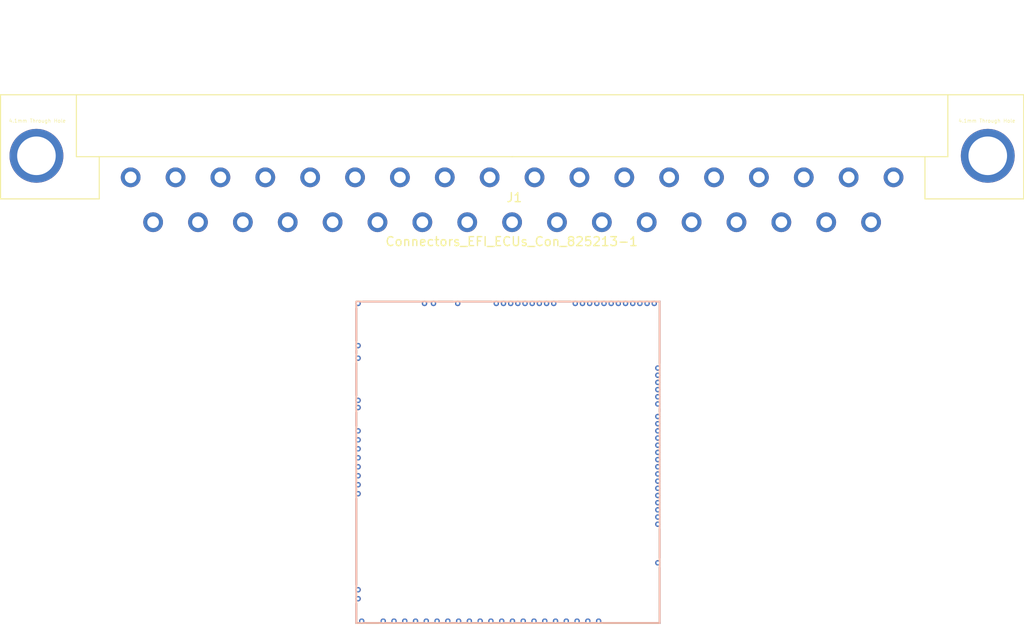
<source format=kicad_pcb>
(kicad_pcb (version 20221018) (generator pcbnew)
  (layers (0 "F.Cu" signal) (31 "B.Cu" signal) (34 "B.Paste" user) (35 "F.Paste" user) (36 "B.SilkS" user "B.Silkscreen") (37 "F.SilkS" user "F.Silkscreen") (38 "B.Mask" user) (39 "F.Mask" user) (44 "Edge.Cuts" user))
  (net 0 "")
  (footprint "rusefi_lib:825213-1" (layer "F.Cu") (at 148.61 77.59998)
    (fp_text reference "J1" (at 0.25 4.55) (layer "F.SilkS"))
    (fp_text value "Connectors_EFI_ECUs_Con_825213-1" (at -0.05 9.45) (layer "F.SilkS"))
    (fp_text user "4.1mm Through Hole" (at 52.9 -4) (layer "F.SilkS") (effects (font (size 0.4 0.4) (thickness 0.05))))
    (fp_text user "4.1mm Through Hole" (at -52.9 -4) (layer "F.SilkS") (effects (font (size 0.4 0.4) (thickness 0.05))))
    (fp_line (start -57 4.7) (end -57 -6.9) (stroke (width 0.12)) (layer "F.SilkS"))
    (fp_line (start -57 4.7) (end -46 4.7) (stroke (width 0.12)) (layer "F.SilkS"))
    (fp_line (start -48.55 0) (end -48.55 -6.9) (stroke (width 0.12)) (layer "F.SilkS"))
    (fp_line (start -48.55 0) (end 0 0) (stroke (width 0.12)) (layer "F.SilkS"))
    (fp_line (start -46 0) (end -46 4.7) (stroke (width 0.12)) (layer "F.SilkS"))
    (fp_line (start 46 0) (end 46 4.7) (stroke (width 0.12)) (layer "F.SilkS"))
    (fp_line (start 48.55 0) (end 0 0) (stroke (width 0.12)) (layer "F.SilkS"))
    (fp_line (start 48.55 0) (end 48.55 -6.9) (stroke (width 0.12)) (layer "F.SilkS"))
    (fp_line (start 57 -6.9) (end -57 -6.9) (stroke (width 0.12)) (layer "F.SilkS"))
    (fp_line (start 57 4.7) (end 46 4.7) (stroke (width 0.12)) (layer "F.SilkS"))
    (fp_line (start 57 4.7) (end 57 -6.9) (stroke (width 0.12)) (layer "F.SilkS"))
    (fp_circle (center -53 -0.1) (end -55.05 -0.1) (stroke (width 0.12)) (fill none) (layer "F.SilkS"))
    (fp_circle (center 53 -0.1) (end 55.05 -0.1) (stroke (width 0.12)) (fill none) (layer "F.SilkS"))
    (pad "1" thru_hole circle (at 42.5 2.3) (size 2.2 2.2) (drill 1.3) (layers "*.Cu" "*.Mask"))
    (pad "2" thru_hole circle (at 37.5 2.3) (size 2.2 2.2) (drill 1.3) (layers "*.Cu" "*.Mask"))
    (pad "3" thru_hole circle (at 32.5 2.3) (size 2.2 2.2) (drill 1.3) (layers "*.Cu" "*.Mask"))
    (pad "4" thru_hole circle (at 27.5 2.3) (size 2.2 2.2) (drill 1.3) (layers "*.Cu" "*.Mask"))
    (pad "5" thru_hole circle (at 22.5 2.3) (size 2.2 2.2) (drill 1.3) (layers "*.Cu" "*.Mask"))
    (pad "6" thru_hole circle (at 17.5 2.3) (size 2.2 2.2) (drill 1.3) (layers "*.Cu" "*.Mask"))
    (pad "7" thru_hole circle (at 12.5 2.3) (size 2.2 2.2) (drill 1.3) (layers "*.Cu" "*.Mask"))
    (pad "8" thru_hole circle (at 7.5 2.3) (size 2.2 2.2) (drill 1.3) (layers "*.Cu" "*.Mask"))
    (pad "9" thru_hole circle (at 2.5 2.3) (size 2.2 2.2) (drill 1.3) (layers "*.Cu" "*.Mask"))
    (pad "10" thru_hole circle (at -2.5 2.3) (size 2.2 2.2) (drill 1.3) (layers "*.Cu" "*.Mask"))
    (pad "11" thru_hole circle (at -7.5 2.3) (size 2.2 2.2) (drill 1.3) (layers "*.Cu" "*.Mask"))
    (pad "12" thru_hole circle (at -12.5 2.3) (size 2.2 2.2) (drill 1.3) (layers "*.Cu" "*.Mask"))
    (pad "13" thru_hole circle (at -17.5 2.3) (size 2.2 2.2) (drill 1.3) (layers "*.Cu" "*.Mask"))
    (pad "14" thru_hole circle (at -22.5 2.3) (size 2.2 2.2) (drill 1.3) (layers "*.Cu" "*.Mask"))
    (pad "15" thru_hole circle (at -27.5 2.3) (size 2.2 2.2) (drill 1.3) (layers "*.Cu" "*.Mask"))
    (pad "16" thru_hole circle (at -32.5 2.3) (size 2.2 2.2) (drill 1.3) (layers "*.Cu" "*.Mask"))
    (pad "17" thru_hole circle (at -37.5 2.3) (size 2.2 2.2) (drill 1.3) (layers "*.Cu" "*.Mask"))
    (pad "18" thru_hole circle (at -42.5 2.3) (size 2.2 2.2) (drill 1.3) (layers "*.Cu" "*.Mask"))
    (pad "19" thru_hole circle (at 40 7.3) (size 2.2 2.2) (drill 1.3) (layers "*.Cu" "*.Mask"))
    (pad "20" thru_hole circle (at 35 7.3) (size 2.2 2.2) (drill 1.3) (layers "*.Cu" "*.Mask"))
    (pad "21" thru_hole circle (at 30 7.3) (size 2.2 2.2) (drill 1.3) (layers "*.Cu" "*.Mask"))
    (pad "22" thru_hole circle (at 25 7.3) (size 2.2 2.2) (drill 1.3) (layers "*.Cu" "*.Mask"))
    (pad "23" thru_hole circle (at 20 7.3) (size 2.2 2.2) (drill 1.3) (layers "*.Cu" "*.Mask"))
    (pad "24" thru_hole circle (at 15 7.3) (size 2.2 2.2) (drill 1.3) (layers "*.Cu" "*.Mask"))
    (pad "25" thru_hole circle (at 10 7.3) (size 2.2 2.2) (drill 1.3) (layers "*.Cu" "*.Mask"))
    (pad "26" thru_hole circle (at 5 7.3) (size 2.2 2.2) (drill 1.3) (layers "*.Cu" "*.Mask"))
    (pad "27" thru_hole circle (at 0 7.3) (size 2.2 2.2) (drill 1.3) (layers "*.Cu" "*.Mask"))
    (pad "28" thru_hole circle (at -5 7.3) (size 2.2 2.2) (drill 1.3) (layers "*.Cu" "*.Mask"))
    (pad "29" thru_hole circle (at -10 7.3) (size 2.2 2.2) (drill 1.3) (layers "*.Cu" "*.Mask"))
    (pad "30" thru_hole circle (at -15 7.3) (size 2.2 2.2) (drill 1.3) (layers "*.Cu" "*.Mask"))
    (pad "31" thru_hole circle (at -20 7.3) (size 2.2 2.2) (drill 1.3) (layers "*.Cu" "*.Mask"))
    (pad "32" thru_hole circle (at -25 7.3) (size 2.2 2.2) (drill 1.3) (layers "*.Cu" "*.Mask"))
    (pad "33" thru_hole circle (at -30 7.3) (size 2.2 2.2) (drill 1.3) (layers "*.Cu" "*.Mask"))
    (pad "34" thru_hole circle (at -35 7.3) (size 2.2 2.2) (drill 1.3) (layers "*.Cu" "*.Mask"))
    (pad "35" thru_hole circle (at -40 7.3) (size 2.2 2.2) (drill 1.3) (layers "*.Cu" "*.Mask"))
    (pad "L" thru_hole circle (at -53 -0.1) (size 6 6) (drill 4.3) (layers "*.Cu" "*.Mask"))
    (pad "R" thru_hole circle (at 53 -0.1) (size 6 6) (drill 4.3) (layers "*.Cu" "*.Mask"))
  )
  (footprint "hellen-one-mega-mcu100-0.3:mega-mcu100" (layer "F.Cu") (at 131.14999 129.65)
    (fp_text reference "M2" hide)
    (fp_text value "Module:mega-mcu100/0.3" hide)
    (fp_line (start 0.1 -35.89999) (end 33.90001 -35.89999) (stroke (width 0.2)) (layer "B.SilkS"))
    (fp_line (start 0.1 -0.1) (end 0.1 -35.89999) (stroke (width 0.2)) (layer "B.SilkS"))
    (fp_line (start 0.1 -0.1) (end 33.90001 -0.1) (stroke (width 0.2)) (layer "B.SilkS"))
    (fp_line (start 33.90001 -0.1) (end 33.90001 -35.89999) (stroke (width 0.2)) (layer "B.SilkS"))
    (fp_line (start 0.1 -35.89999) (end 33.90001 -35.89999) (stroke (width 0.2)) (layer "F.SilkS"))
    (fp_line (start 0.1 -0.1) (end 0.1 -35.89999) (stroke (width 0.2)) (layer "F.SilkS"))
    (fp_line (start 0.1 -0.1) (end 33.9 -0.1) (stroke (width 0.2)) (layer "F.SilkS"))
    (fp_line (start 33.90001 -0.1) (end 33.90001 -35.89999) (stroke (width 0.2)) (layer "F.SilkS"))
    (pad "E1" thru_hole circle (at 33.7 -6.8 270) (size 0.6 0.6) (drill 0.3) (layers "*.Cu"))
    (pad "E2" thru_hole circle (at 33.70001 -11.1 270) (size 0.6 0.6) (drill 0.3) (layers "*.Cu"))
    (pad "E3" thru_hole circle (at 33.70001 -11.89999 180) (size 0.6 0.6) (drill 0.3) (layers "*.Cu"))
    (pad "E4" thru_hole circle (at 33.70001 -12.7 180) (size 0.6 0.6) (drill 0.3) (layers "*.Cu"))
    (pad "E5" thru_hole circle (at 33.70001 -13.5 270) (size 0.6 0.6) (drill 0.3) (layers "*.Cu"))
    (pad "E6" thru_hole circle (at 33.70001 -14.3) (size 0.6 0.6) (drill 0.3) (layers "*.Cu"))
    (pad "E7" thru_hole circle (at 33.70001 -15.1) (size 0.6 0.6) (drill 0.3) (layers "*.Cu"))
    (pad "E8" thru_hole circle (at 33.70001 -15.9) (size 0.6 0.6) (drill 0.3) (layers "*.Cu"))
    (pad "E9" thru_hole circle (at 33.70001 -16.7) (size 0.6 0.6) (drill 0.3) (layers "*.Cu"))
    (pad "E10" thru_hole circle (at 33.70001 -17.5 180) (size 0.6 0.6) (drill 0.3) (layers "*.Cu"))
    (pad "E11" thru_hole circle (at 33.70001 -18.3 180) (size 0.6 0.6) (drill 0.3) (layers "*.Cu"))
    (pad "E12" thru_hole circle (at 33.70001 -19.1 180) (size 0.6 0.6) (drill 0.3) (layers "*.Cu"))
    (pad "E13" thru_hole circle (at 33.70001 -19.9 180) (size 0.6 0.6) (drill 0.3) (layers "*.Cu"))
    (pad "E14" thru_hole circle (at 33.70001 -20.7 180) (size 0.6 0.6) (drill 0.3) (layers "*.Cu"))
    (pad "E15" thru_hole circle (at 33.70001 -21.5 180) (size 0.6 0.6) (drill 0.3) (layers "*.Cu"))
    (pad "E16" thru_hole circle (at 33.7 -22.29999 270) (size 0.6 0.6) (drill 0.3) (layers "*.Cu"))
    (pad "E17" thru_hole circle (at 33.70001 -23.1 270) (size 0.6 0.6) (drill 0.3) (layers "*.Cu"))
    (pad "E18" thru_hole circle (at 33.70001 -24.5 270) (size 0.6 0.6) (drill 0.3) (layers "*.Cu"))
    (pad "E19" thru_hole circle (at 33.70001 -25.29999 270) (size 0.6 0.6) (drill 0.3) (layers "*.Cu"))
    (pad "E20" thru_hole circle (at 33.70001 -26.09999 270) (size 0.6 0.6) (drill 0.3) (layers "*.Cu"))
    (pad "E21" thru_hole circle (at 33.70001 -26.89999 270) (size 0.6 0.6) (drill 0.3) (layers "*.Cu"))
    (pad "E22" thru_hole circle (at 33.70001 -27.69999 270) (size 0.6 0.6) (drill 0.3) (layers "*.Cu"))
    (pad "E23" thru_hole circle (at 33.70001 -28.5 180) (size 0.6 0.6) (drill 0.3) (layers "*.Cu"))
    (pad "G" smd rect (at 0.1 -33.34999) (size 0.2 3.7) (layers "F.Cu"))
    (pad "G" smd rect (at 0.1 -33.34999) (size 0.2 3.7) (layers "B.Cu"))
    (pad "G" smd rect (at 0.1 -30.3) (size 0.2 0.4) (layers "F.Cu"))
    (pad "G" smd rect (at 0.1 -30.3) (size 0.2 0.4) (layers "B.Cu"))
    (pad "G" smd rect (at 0.1 -27.24999) (size 0.2 3.7) (layers "F.Cu"))
    (pad "G" smd rect (at 0.1 -27.24999) (size 0.2 3.7) (layers "B.Cu"))
    (pad "G" smd rect (at 0.1 -22.8) (size 0.2 1.6) (layers "F.Cu"))
    (pad "G" smd rect (at 0.1 -22.8) (size 0.2 1.6) (layers "B.Cu"))
    (pad "G" smd rect (at 0.1 -9.15) (size 0.2 9.7) (layers "F.Cu"))
    (pad "G" smd rect (at 0.1 -9.15) (size 0.2 9.7) (layers "B.Cu"))
    (pad "G" smd rect (at 0.1 -1.15) (size 0.2 2.3) (layers "F.Cu"))
    (pad "G" smd rect (at 0.1 -1.15) (size 0.2 2.3) (layers "B.Cu"))
    (pad "G" smd rect (at 1.90001 -0.09999 90) (size 0.2 1.4) (layers "F.Cu"))
    (pad "G" smd rect (at 1.90001 -0.09999 90) (size 0.2 1.4) (layers "B.Cu"))
    (pad "G" smd rect (at 4 -35.89999 270) (size 0.2 6.4) (layers "F.Cu"))
    (pad "G" smd rect (at 4 -35.89999 270) (size 0.2 6.4) (layers "B.Cu"))
    (pad "G" smd rect (at 10.05 -35.89999 270) (size 0.2 1.7) (layers "F.Cu"))
    (pad "G" smd rect (at 10.05 -35.89999 270) (size 0.2 1.7) (layers "B.Cu"))
    (pad "G" smd rect (at 13.55 -35.89999 270) (size 0.2 3.3) (layers "F.Cu"))
    (pad "G" smd rect (at 13.55 -35.89999 270) (size 0.2 3.3) (layers "B.Cu"))
    (pad "G" smd rect (at 23.3 -35.89999 270) (size 0.2 1.4) (layers "F.Cu"))
    (pad "G" smd rect (at 23.3 -35.89999 270) (size 0.2 1.4) (layers "B.Cu"))
    (pad "G" smd rect (at 30.8 -0.09999 90) (size 0.2 6.4) (layers "F.Cu"))
    (pad "G" smd rect (at 30.8 -0.09999 90) (size 0.2 6.4) (layers "B.Cu"))
    (pad "G" smd rect (at 33.90001 -32.50001 180) (size 0.2 7) (layers "F.Cu"))
    (pad "G" smd rect (at 33.90001 -32.50001 180) (size 0.2 7) (layers "B.Cu"))
    (pad "G" smd rect (at 33.90001 -23.79999 180) (size 0.2 0.4) (layers "F.Cu"))
    (pad "G" smd rect (at 33.90001 -23.79999 180) (size 0.2 0.4) (layers "B.Cu"))
    (pad "G" smd rect (at 33.90001 -8.94999 180) (size 0.2 3.3) (layers "F.Cu"))
    (pad "G" smd rect (at 33.90001 -8.94999 180) (size 0.2 3.3) (layers "B.Cu"))
    (pad "G" smd rect (at 33.90001 -3.14999 180) (size 0.2 6.3) (layers "F.Cu"))
    (pad "G" smd rect (at 33.90001 -3.14999 180) (size 0.2 6.3) (layers "B.Cu"))
    (pad "N1" thru_hole circle (at 33.30001 -35.7 270) (size 0.6 0.6) (drill 0.3) (layers "*.Cu"))
    (pad "N2" thru_hole circle (at 32.50001 -35.7 270) (size 0.6 0.6) (drill 0.3) (layers "*.Cu"))
    (pad "N3" thru_hole circle (at 31.70001 -35.7 270) (size 0.6 0.6) (drill 0.3) (layers "*.Cu"))
    (pad "N4" thru_hole circle (at 30.9 -35.7 270) (size 0.6 0.6) (drill 0.3) (layers "*.Cu"))
    (pad "N5" thru_hole circle (at 30.10001 -35.7 270) (size 0.6 0.6) (drill 0.3) (layers "*.Cu"))
    (pad "N6" thru_hole circle (at 29.30001 -35.7 270) (size 0.6 0.6) (drill 0.3) (layers "*.Cu"))
    (pad "N7" thru_hole circle (at 28.50001 -35.7 90) (size 0.6 0.6) (drill 0.3) (layers "*.Cu"))
    (pad "N8" thru_hole circle (at 27.7 -35.7 270) (size 0.6 0.6) (drill 0.3) (layers "*.Cu"))
    (pad "N9" thru_hole circle (at 26.90001 -35.69999 90) (size 0.6 0.6) (drill 0.3) (layers "*.Cu"))
    (pad "N10" thru_hole circle (at 26.10001 -35.69999 90) (size 0.6 0.6) (drill 0.3) (layers "*.Cu"))
    (pad "N11" thru_hole circle (at 25.30001 -35.69999 90) (size 0.6 0.6) (drill 0.3) (layers "*.Cu"))
    (pad "N12" thru_hole circle (at 24.50001 -35.69999 90) (size 0.6 0.6) (drill 0.3) (layers "*.Cu"))
    (pad "N13" thru_hole circle (at 22.1 -35.69999 270) (size 0.6 0.6) (drill 0.3) (layers "*.Cu"))
    (pad "N14" thru_hole circle (at 21.3 -35.69999 270) (size 0.6 0.6) (drill 0.3) (layers "*.Cu"))
    (pad "N14a" thru_hole circle (at 20.50001 -35.7 270) (size 0.6 0.6) (drill 0.3) (layers "*.Cu"))
    (pad "N14b" thru_hole circle (at 19.7 -35.7 270) (size 0.6 0.6) (drill 0.3) (layers "*.Cu"))
    (pad "N15" thru_hole circle (at 18.9 -35.7 270) (size 0.6 0.6) (drill 0.3) (layers "*.Cu"))
    (pad "N16" thru_hole circle (at 18.1 -35.7 90) (size 0.6 0.6) (drill 0.3) (layers "*.Cu"))
    (pad "N17" thru_hole circle (at 17.3 -35.7 270) (size 0.6 0.6) (drill 0.3) (layers "*.Cu"))
    (pad "N18" thru_hole circle (at 16.5 -35.69999 270) (size 0.6 0.6) (drill 0.3) (layers "*.Cu"))
    (pad "N19" thru_hole circle (at 15.7 -35.69999 270) (size 0.6 0.6) (drill 0.3) (layers "*.Cu"))
    (pad "N20" thru_hole circle (at 11.4 -35.69999 270) (size 0.6 0.6) (drill 0.3) (layers "*.Cu"))
    (pad "N21" thru_hole circle (at 8.7 -35.69999 270) (size 0.6 0.6) (drill 0.3) (layers "*.Cu"))
    (pad "N22" thru_hole circle (at 7.70001 -35.69999 270) (size 0.6 0.6) (drill 0.3) (layers "*.Cu"))
    (pad "N23" thru_hole circle (at 0.3 -35.69999 270) (size 0.6 0.6) (drill 0.3) (layers "*.Cu"))
    (pad "S1" thru_hole circle (at 27.10002 -0.29999 270) (size 0.6 0.6) (drill 0.3) (layers "*.Cu"))
    (pad "S2" thru_hole circle (at 25.90001 -0.29999 270) (size 0.6 0.6) (drill 0.3) (layers "*.Cu"))
    (pad "S3" thru_hole circle (at 24.70001 -0.29999 270) (size 0.6 0.6) (drill 0.3) (layers "*.Cu"))
    (pad "S4" thru_hole circle (at 23.50001 -0.29999 270) (size 0.6 0.6) (drill 0.3) (layers "*.Cu"))
    (pad "S5" thru_hole circle (at 22.30001 -0.29999 270) (size 0.6 0.6) (drill 0.3) (layers "*.Cu"))
    (pad "S6" thru_hole circle (at 21.10001 -0.29999 270) (size 0.6 0.6) (drill 0.3) (layers "*.Cu"))
    (pad "S7" thru_hole circle (at 19.90001 -0.29999 270) (size 0.6 0.6) (drill 0.3) (layers "*.Cu"))
    (pad "S8" thru_hole circle (at 18.70001 -0.29999 270) (size 0.6 0.6) (drill 0.3) (layers "*.Cu"))
    (pad "S9" thru_hole circle (at 17.50001 -0.29999 270) (size 0.6 0.6) (drill 0.3) (layers "*.Cu"))
    (pad "S10" thru_hole circle (at 16.30001 -0.29999 270) (size 0.6 0.6) (drill 0.3) (layers "*.Cu"))
    (pad "S11" thru_hole circle (at 15.10001 -0.29999 270) (size 0.6 0.6) (drill 0.3) (layers "*.Cu"))
    (pad "S12" thru_hole circle (at 13.90001 -0.29999 270) (size 0.6 0.6) (drill 0.3) (layers "*.Cu"))
    (pad "S13" thru_hole circle (at 12.70001 -0.29999 270) (size 0.6 0.6) (drill 0.3) (layers "*.Cu"))
    (pad "S14" thru_hole circle (at 11.50001 -0.29999 270) (size 0.6 0.6) (drill 0.3) (layers "*.Cu"))
    (pad "S15" thru_hole circle (at 10.30001 -0.29999 270) (size 0.6 0.6) (drill 0.3) (layers "*.Cu"))
    (pad "S16" thru_hole circle (at 9.10001 -0.29999 270) (size 0.6 0.6) (drill 0.3) (layers "*.Cu"))
    (pad "S17" thru_hole circle (at 7.90001 -0.29999 270) (size 0.6 0.6) (drill 0.3) (layers "*.Cu"))
    (pad "S18" thru_hole circle (at 6.7 -0.29999 270) (size 0.6 0.6) (drill 0.3) (layers "*.Cu"))
    (pad "S19" thru_hole circle (at 5.5 -0.29999 270) (size 0.6 0.6) (drill 0.3) (layers "*.Cu"))
    (pad "S20" thru_hole circle (at 4.3 -0.29999 270) (size 0.6 0.6) (drill 0.3) (layers "*.Cu"))
    (pad "S21" thru_hole circle (at 3.1 -0.29999 270) (size 0.6 0.6) (drill 0.3) (layers "*.Cu"))
    (pad "S22" thru_hole circle (at 0.7 -0.29999 270) (size 0.6 0.6) (drill 0.3) (layers "*.Cu"))
    (pad "W1" thru_hole circle (at 0.3 -2.8 180) (size 0.6 0.6) (drill 0.3) (layers "*.Cu"))
    (pad "W2" thru_hole circle (at 0.3 -3.8 270) (size 0.6 0.6) (drill 0.3) (layers "*.Cu"))
    (pad "W3" thru_hole circle (at 0.3 -14.49999 180) (size 0.6 0.6) (drill 0.3) (layers "*.Cu"))
    (pad "W4" thru_hole circle (at 0.3 -15.5 180) (size 0.6 0.6) (drill 0.3) (layers "*.Cu"))
    (pad "W5" thru_hole circle (at 0.3 -16.49999 180) (size 0.6 0.6) (drill 0.3) (layers "*.Cu"))
    (pad "W6" thru_hole circle (at 0.3 -17.49999 180) (size 0.6 0.6) (drill 0.3) (layers "*.Cu"))
    (pad "W7" thru_hole circle (at 0.3 -18.49999 180) (size 0.6 0.6) (drill 0.3) (layers "*.Cu"))
    (pad "W8" thru_hole circle (at 0.3 -19.49999 180) (size 0.6 0.6) (drill 0.3) (layers "*.Cu"))
    (pad "W9" thru_hole circle (at 0.3 -20.49999 180) (size 0.6 0.6) (drill 0.3) (layers "*.Cu"))
    (pad "W10" thru_hole circle (at 0.3 -21.49999 180) (size 0.6 0.6) (drill 0.3) (layers "*.Cu"))
    (pad "W11" thru_hole circle (at 0.3 -24.09999 270) (size 0.6 0.6) (drill 0.3) (layers "*.Cu"))
    (pad "W12" thru_hole circle (at 0.3 -24.89999 270) (size 0.6 0.6) (drill 0.3) (layers "*.Cu"))
    (pad "W13" thru_hole circle (at 0.3 -29.6 180) (size 0.6 0.6) (drill 0.3) (layers "*.Cu"))
    (pad "W14" thru_hole circle (at 0.3 -30.99999 270) (size 0.6 0.6) (drill 0.3) (layers "*.Cu"))
  )
)
</source>
